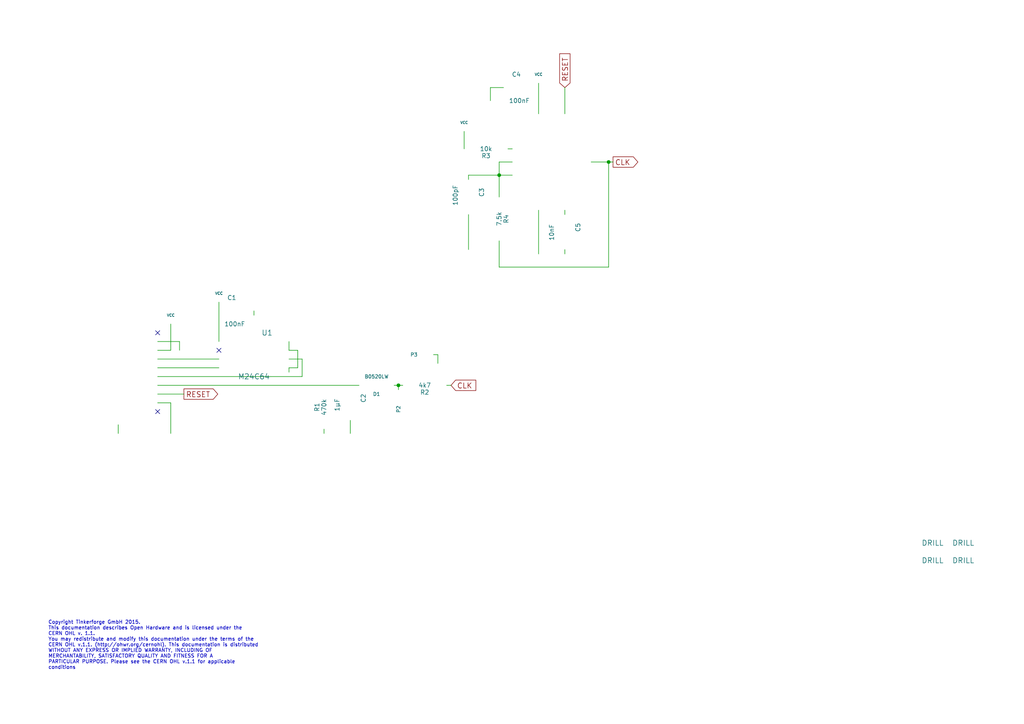
<source format=kicad_sch>
(kicad_sch (version 20230121) (generator eeschema)
  (paper "A4")
  (title_block (title "Moisture Bricklet") (date "Di 31 Mär 2015") (rev "1.1") (company "Tinkerforge GmbH") (comment 1 "Licensed under CERN OHL v.1.1") (comment 2 "Copyright (©) 2015, B.Nordmeyer <bastian@tinkerforge.com>"))
  (lib_symbols)
  (junction (at 176.53 46.99))
  (junction (at 115.57 111.76))
  (junction (at 144.78 50.8))
  (no_connect (at 45.72 96.52))
  (no_connect (at 63.5 101.6))
  (no_connect (at 45.72 119.38))
  (wire (pts (xy 49.53 116.84) (xy 49.53 125.73)))
  (wire (pts (xy 129.54 111.76) (xy 130.81 111.76)))
  (wire (pts (xy 63.5 87.63) (xy 63.5 99.06)))
  (wire (pts (xy 45.72 116.84) (xy 49.53 116.84)))
  (wire (pts (xy 146.05 25.4) (xy 142.24 25.4)))
  (wire (pts (xy 63.5 106.68) (xy 45.72 106.68)))
  (wire (pts (xy 144.78 50.8) (xy 148.59 50.8)))
  (wire (pts (xy 144.78 50.8) (xy 144.78 57.15)))
  (wire (pts (xy 87.63 109.22) (xy 87.63 104.14)))
  (wire (pts (xy 176.53 77.47) (xy 144.78 77.47)))
  (wire (pts (xy 176.53 46.99) (xy 176.53 77.47)))
  (wire (pts (xy 73.66 90.17) (xy 73.66 91.44)))
  (wire (pts (xy 142.24 25.4) (xy 142.24 29.21)))
  (wire (pts (xy 86.36 106.68) (xy 86.36 101.6)))
  (wire (pts (xy 114.3 111.76) (xy 115.57 111.76)))
  (wire (pts (xy 86.36 106.68) (xy 83.82 106.68)))
  (wire (pts (xy 45.72 109.22) (xy 87.63 109.22)))
  (wire (pts (xy 156.21 60.96) (xy 156.21 73.66)))
  (wire (pts (xy 135.89 50.8) (xy 144.78 50.8)))
  (wire (pts (xy 86.36 101.6) (xy 83.82 101.6)))
  (wire (pts (xy 148.59 43.18) (xy 147.32 43.18)))
  (wire (pts (xy 127 102.87) (xy 125.73 102.87)))
  (wire (pts (xy 45.72 111.76) (xy 104.14 111.76)))
  (wire (pts (xy 45.72 99.06) (xy 52.07 99.06)))
  (wire (pts (xy 163.83 62.23) (xy 163.83 60.96)))
  (wire (pts (xy 49.53 101.6) (xy 45.72 101.6)))
  (wire (pts (xy 45.72 114.3) (xy 53.34 114.3)))
  (wire (pts (xy 115.57 113.03) (xy 115.57 111.76)))
  (wire (pts (xy 101.6 125.73) (xy 101.6 121.92)))
  (wire (pts (xy 115.57 111.76) (xy 116.84 111.76)))
  (wire (pts (xy 93.98 125.73) (xy 93.98 124.46)))
  (wire (pts (xy 163.83 33.02) (xy 163.83 25.4)))
  (wire (pts (xy 156.21 24.13) (xy 156.21 33.02)))
  (wire (pts (xy 176.53 46.99) (xy 177.8 46.99)))
  (wire (pts (xy 148.59 46.99) (xy 144.78 46.99)))
  (wire (pts (xy 144.78 46.99) (xy 144.78 50.8)))
  (wire (pts (xy 49.53 93.98) (xy 49.53 101.6)))
  (wire (pts (xy 134.62 38.1) (xy 134.62 43.18)))
  (wire (pts (xy 135.89 72.39) (xy 135.89 62.23)))
  (wire (pts (xy 87.63 104.14) (xy 83.82 104.14)))
  (wire (pts (xy 34.29 125.73) (xy 34.29 123.19)))
  (wire (pts (xy 127 105.41) (xy 127 102.87)))
  (wire (pts (xy 163.83 73.66) (xy 163.83 72.39)))
  (wire (pts (xy 135.89 50.8) (xy 135.89 52.07)))
  (wire (pts (xy 83.82 101.6) (xy 83.82 99.06)))
  (wire (pts (xy 83.82 106.68) (xy 83.82 107.95)))
  (wire (pts (xy 144.78 77.47) (xy 144.78 69.85)))
  (wire (pts (xy 171.45 46.99) (xy 176.53 46.99)))
  (wire (pts (xy 63.5 104.14) (xy 45.72 104.14)))
  (wire (pts (xy 52.07 99.06) (xy 52.07 101.6)))
  (text "Copyright Tinkerforge GmbH 2015.\nThis documentation describes Open Hardware and is licensed under the\nCERN OHL v. 1.1.\nYou may redistribute and modify this documentation under the terms of the\nCERN OHL v.1.1. (http://ohwr.org/cernohl). This documentation is distributed\nWITHOUT ANY EXPRESS OR IMPLIED WARRANTY, INCLUDING OF\nMERCHANTABILITY, SATISFACTORY QUALITY AND FITNESS FOR A\nPARTICULAR PURPOSE. Please see the CERN OHL v.1.1 for applicable\nconditions\n" (at 13.97 194.31 0) (effects (font (size 1.016 1.016)) (justify left bottom)))
  (global_label "RESET" (shape input) (at 163.83 25.4 90) (effects (font (size 1.524 1.524))) (property "Intersheetrefs" "${INTERSHEET_REFS}" (effects hide)))
  (global_label "CLK" (shape input) (at 130.81 111.76 0) (effects (font (size 1.524 1.524))) (property "Intersheetrefs" "${INTERSHEET_REFS}" (effects hide)))
  (global_label "RESET" (shape output) (at 53.34 114.3 0) (effects (font (size 1.524 1.524))) (property "Intersheetrefs" "${INTERSHEET_REFS}" (effects hide)))
  (global_label "CLK" (shape output) (at 177.8 46.99 0) (effects (font (size 1.524 1.524))) (property "Intersheetrefs" "${INTERSHEET_REFS}" (effects hide)))
  (symbol (lib_id "CON-SENSOR") (at 34.29 107.95 0) (mirror y) (unit 1)
    (property "Reference" "P1" (at 40.64 93.98 0) (effects (font (size 1.524 1.524))))
    (property "Value" "CON-SENSOR" (at 30.48 107.95 90) (effects (font (size 1.524 1.524))))
    (property "Footprint" "kicad-libraries:CON-SENSOR" (effects hide))
  )
  (symbol (lib_id "GND") (at 34.29 125.73 0) (unit 1)
    (property "Reference" "#PWR06" (effects hide))
    (property "Value" "GND" (effects hide))
  )
  (symbol (lib_id "GND") (at 52.07 101.6 0) (unit 1)
    (property "Reference" "#PWR05" (effects hide))
    (property "Value" "GND" (effects hide))
  )
  (symbol (lib_id "VCC") (at 49.53 93.98 0) (unit 1)
    (property "Reference" "#PWR04" (effects hide))
    (property "Value" "VCC" (at 49.53 91.44 0) (effects (font (size 0.762 0.762))))
  )
  (symbol (lib_id "CAT24C") (at 73.66 109.22 0) (mirror y) (unit 1)
    (property "Reference" "U1" (at 77.47 96.52 0) (effects (font (size 1.524 1.524))))
    (property "Value" "M24C64" (at 73.66 109.22 0) (effects (font (size 1.524 1.524))))
    (property "Footprint" "kicad-libraries:SOIC8" (effects hide))
  )
  (symbol (lib_id "C") (at 68.58 90.17 90) (unit 1)
    (property "Reference" "C1" (at 68.58 86.36 90) (effects (justify left)))
    (property "Value" "100nF" (at 71.12 93.98 90) (effects (justify left)))
    (property "Footprint" "kicad-libraries:C0603" (effects hide))
  )
  (symbol (lib_id "DRILL") (at 270.51 162.56 0) (unit 1)
    (property "Reference" "U4" (effects hide))
    (property "Value" "DRILL" (at 270.51 162.56 0) (effects (font (size 1.524 1.524))))
    (property "Footprint" "kicad-libraries:DRILL_NP" (effects hide))
  )
  (symbol (lib_id "DRILL") (at 270.51 157.48 0) (unit 1)
    (property "Reference" "U3" (effects hide))
    (property "Value" "DRILL" (at 270.51 157.48 0) (effects (font (size 1.524 1.524))))
    (property "Footprint" "kicad-libraries:DRILL_NP" (effects hide))
  )
  (symbol (lib_id "GND") (at 83.82 107.95 0) (unit 1)
    (property "Reference" "#PWR03" (effects hide))
    (property "Value" "GND" (effects hide))
  )
  (symbol (lib_id "VCC") (at 63.5 87.63 0) (unit 1)
    (property "Reference" "#PWR02" (effects hide))
    (property "Value" "VCC" (at 63.5 85.09 0) (effects (font (size 0.762 0.762))))
  )
  (symbol (lib_id "GND") (at 73.66 91.44 0) (unit 1)
    (property "Reference" "#PWR01" (effects hide))
    (property "Value" "GND" (effects hide))
  )
  (symbol (lib_id "DRILL") (at 279.4 157.48 0) (unit 1)
    (property "Reference" "U5" (effects hide))
    (property "Value" "DRILL" (at 279.4 157.48 0) (effects (font (size 1.524 1.524))))
    (property "Footprint" "kicad-libraries:DRILL_NP" (effects hide))
  )
  (symbol (lib_id "DRILL") (at 279.4 162.56 0) (unit 1)
    (property "Reference" "U6" (effects hide))
    (property "Value" "DRILL" (at 279.4 162.56 0) (effects (font (size 1.524 1.524))))
    (property "Footprint" "kicad-libraries:DRILL_NP" (effects hide))
  )
  (symbol (lib_id "ICM7555") (at 160.02 46.99 0) (unit 1)
    (property "Reference" "U2" (at 167.64 34.29 0) (effects (font (size 1.524 1.524))))
    (property "Value" "ICM7555" (at 170.18 58.42 0) (effects (font (size 1.524 1.524))))
    (property "Footprint" "kicad-libraries:SOIC8" (effects hide))
  )
  (symbol (lib_id "VCC") (at 156.21 24.13 0) (unit 1)
    (property "Reference" "#PWR07" (effects hide))
    (property "Value" "VCC" (at 156.21 21.59 0) (effects (font (size 0.762 0.762))))
  )
  (symbol (lib_id "C") (at 151.13 25.4 90) (unit 1)
    (property "Reference" "C4" (at 151.13 21.59 90) (effects (justify left)))
    (property "Value" "100nF" (at 153.67 29.21 90) (effects (justify left)))
    (property "Footprint" "kicad-libraries:C0603" (effects hide))
  )
  (symbol (lib_id "GND") (at 142.24 29.21 0) (unit 1)
    (property "Reference" "#PWR08" (effects hide))
    (property "Value" "GND" (effects hide))
  )
  (symbol (lib_id "C") (at 135.89 57.15 0) (unit 1)
    (property "Reference" "C3" (at 139.7 57.15 90) (effects (justify left)))
    (property "Value" "100pF" (at 132.08 59.69 90) (effects (justify left)))
    (property "Footprint" "kicad-libraries:C0603" (effects hide))
  )
  (symbol (lib_id "R") (at 144.78 63.5 0) (unit 1)
    (property "Reference" "R4" (at 146.812 63.5 90))
    (property "Value" "7.5k" (at 144.78 63.5 90))
    (property "Footprint" "kicad-libraries:R0603" (effects hide))
  )
  (symbol (lib_id "VCC") (at 134.62 38.1 0) (unit 1)
    (property "Reference" "#PWR09" (effects hide))
    (property "Value" "VCC" (at 134.62 35.56 0) (effects (font (size 0.762 0.762))))
  )
  (symbol (lib_id "GND") (at 135.89 72.39 0) (unit 1)
    (property "Reference" "#PWR010" (effects hide))
    (property "Value" "GND" (effects hide))
  )
  (symbol (lib_id "GND") (at 163.83 73.66 0) (unit 1)
    (property "Reference" "#PWR011" (effects hide))
    (property "Value" "GND" (effects hide))
  )
  (symbol (lib_id "C") (at 163.83 67.31 0) (unit 1)
    (property "Reference" "C5" (at 167.64 67.31 90) (effects (justify left)))
    (property "Value" "10nF" (at 160.02 69.85 90) (effects (justify left)))
    (property "Footprint" "kicad-libraries:C0603" (effects hide))
  )
  (symbol (lib_id "GND") (at 156.21 73.66 0) (unit 1)
    (property "Reference" "#PWR012" (effects hide))
    (property "Value" "GND" (effects hide))
  )
  (symbol (lib_id "R") (at 123.19 111.76 270) (unit 1)
    (property "Reference" "R2" (at 123.19 113.792 90))
    (property "Value" "4k7" (at 123.19 111.76 90))
    (property "Footprint" "kicad-libraries:R0603" (effects hide))
  )
  (symbol (lib_id "CONN_1") (at 115.57 115.57 270) (unit 1)
    (property "Reference" "P2" (at 115.57 117.602 0) (effects (font (size 1.016 1.016)) (justify left)))
    (property "Value" "CONN_1" (effects hide))
    (property "Footprint" "kicad-libraries:con" (effects hide))
  )
  (symbol (lib_id "CONN_1") (at 123.19 102.87 180) (unit 1)
    (property "Reference" "P3" (at 121.158 102.87 0) (effects (font (size 1.016 1.016)) (justify left)))
    (property "Value" "CONN_1" (effects hide))
    (property "Footprint" "kicad-libraries:con" (effects hide))
  )
  (symbol (lib_id "GND") (at 127 105.41 0) (unit 1)
    (property "Reference" "#PWR013" (effects hide))
    (property "Value" "GND" (effects hide))
  )
  (symbol (lib_id "DIODESCH") (at 109.22 111.76 180) (unit 1)
    (property "Reference" "D1" (at 109.22 114.3 0) (effects (font (size 1.016 1.016))))
    (property "Value" "B0520LW" (at 109.22 109.22 0) (effects (font (size 1.016 1.016))))
    (property "Footprint" "kicad-libraries:SOD-123" (effects hide))
  )
  (symbol (lib_id "C") (at 101.6 116.84 0) (unit 1)
    (property "Reference" "C2" (at 105.41 116.84 90) (effects (justify left)))
    (property "Value" "1µF" (at 97.79 119.38 90) (effects (justify left)))
    (property "Footprint" "kicad-libraries:C0603" (effects hide))
  )
  (symbol (lib_id "R") (at 93.98 118.11 180) (unit 1)
    (property "Reference" "R1" (at 91.948 118.11 90))
    (property "Value" "470k" (at 93.98 118.11 90))
    (property "Footprint" "kicad-libraries:R0603" (effects hide))
  )
  (symbol (lib_id "GND") (at 93.98 125.73 0) (unit 1)
    (property "Reference" "#PWR014" (effects hide))
    (property "Value" "GND" (effects hide))
  )
  (symbol (lib_id "GND") (at 101.6 125.73 0) (unit 1)
    (property "Reference" "#PWR015" (effects hide))
    (property "Value" "GND" (effects hide))
  )
  (symbol (lib_id "R") (at 140.97 43.18 270) (unit 1)
    (property "Reference" "R3" (at 140.97 45.212 90))
    (property "Value" "10k" (at 140.97 43.18 90))
    (property "Footprint" "kicad-libraries:R0603" (effects hide))
  )
  (symbol (lib_id "GND") (at 49.53 125.73 0) (unit 1)
    (property "Reference" "#PWR016" (effects hide))
    (property "Value" "GND" (effects hide))
  )
)
</source>
